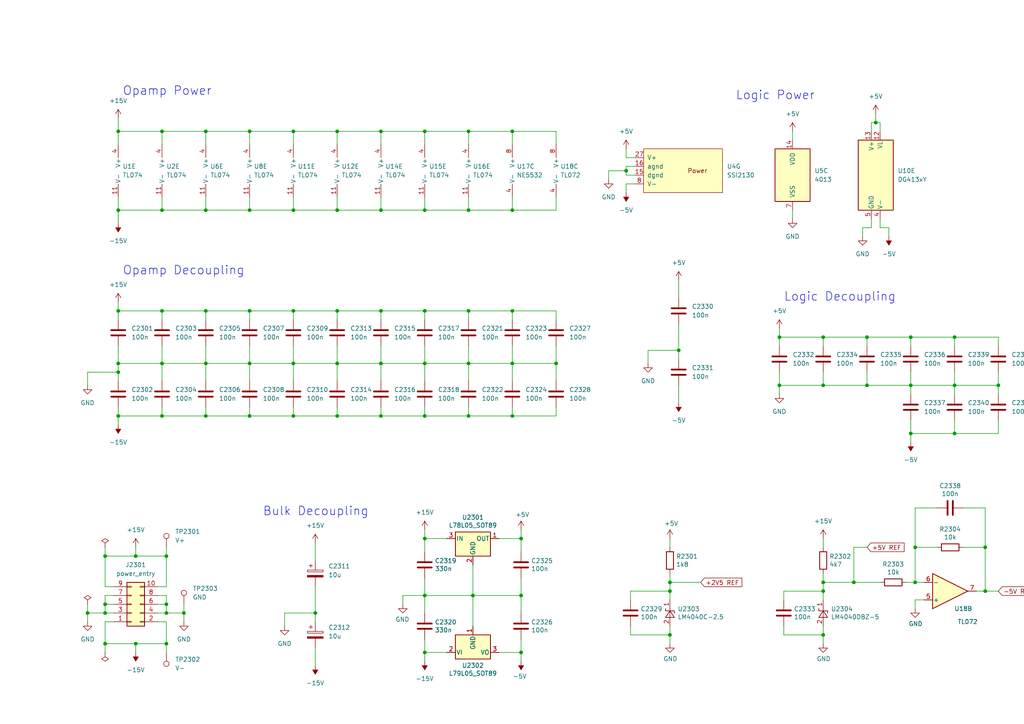
<source format=kicad_sch>
(kicad_sch (version 20211123) (generator eeschema)
  (paper "A4")
  (title_block (title "Josh Ox Ribon Synth Main VCO board") (date "2022-06-18") (rev "0") (comment 2 "creativecommons.org/licences/by/4.0") (comment 3 "license: CC by 4.0") (comment 4 "Author: Jordan Acete"))
  (junction (at 148.59 90.17))
  (junction (at 46.99 120.65))
  (junction (at 285.75 171.45))
  (junction (at 251.46 97.79))
  (junction (at 72.39 38.1))
  (junction (at 135.89 120.65))
  (junction (at 238.76 97.79))
  (junction (at 34.29 38.1))
  (junction (at 238.76 184.15))
  (junction (at 85.09 90.17))
  (junction (at 148.59 60.96))
  (junction (at 123.19 90.17))
  (junction (at 123.19 60.96))
  (junction (at 59.69 38.1))
  (junction (at 34.29 107.95))
  (junction (at 151.13 172.72))
  (junction (at 289.56 111.76))
  (junction (at 238.76 171.45))
  (junction (at 59.69 90.17))
  (junction (at 247.65 168.91))
  (junction (at 135.89 105.41))
  (junction (at 148.59 105.41))
  (junction (at 123.19 38.1))
  (junction (at 34.29 60.96))
  (junction (at 151.13 189.23))
  (junction (at 251.46 111.76))
  (junction (at 34.29 105.41))
  (junction (at 59.69 60.96))
  (junction (at 85.09 105.41))
  (junction (at 196.85 101.6))
  (junction (at 48.26 186.69))
  (junction (at 135.89 38.1))
  (junction (at 148.59 38.1))
  (junction (at 148.59 120.65))
  (junction (at 110.49 90.17))
  (junction (at 39.37 186.69))
  (junction (at 123.19 172.72))
  (junction (at 46.99 105.41))
  (junction (at 85.09 38.1))
  (junction (at 123.19 156.21))
  (junction (at 238.76 168.91))
  (junction (at 264.16 125.73))
  (junction (at 97.79 60.96))
  (junction (at 97.79 38.1))
  (junction (at 276.86 111.76))
  (junction (at 194.31 184.15))
  (junction (at 97.79 105.41))
  (junction (at 285.75 158.75))
  (junction (at 254 35.56))
  (junction (at 264.16 111.76))
  (junction (at 48.26 177.8))
  (junction (at 97.79 120.65))
  (junction (at 238.76 111.76))
  (junction (at 194.31 171.45))
  (junction (at 110.49 38.1))
  (junction (at 161.29 105.41))
  (junction (at 46.99 38.1))
  (junction (at 265.43 168.91))
  (junction (at 110.49 60.96))
  (junction (at 97.79 90.17))
  (junction (at 59.69 120.65))
  (junction (at 30.48 161.29))
  (junction (at 72.39 90.17))
  (junction (at 137.16 172.72))
  (junction (at 59.69 105.41))
  (junction (at 276.86 97.79))
  (junction (at 194.31 168.91))
  (junction (at 123.19 189.23))
  (junction (at 226.06 111.76))
  (junction (at 85.09 120.65))
  (junction (at 151.13 156.21))
  (junction (at 264.16 97.79))
  (junction (at 135.89 60.96))
  (junction (at 30.48 177.8))
  (junction (at 91.44 177.8))
  (junction (at 110.49 120.65))
  (junction (at 30.48 186.69))
  (junction (at 39.37 161.29))
  (junction (at 46.99 60.96))
  (junction (at 48.26 175.26))
  (junction (at 46.99 90.17))
  (junction (at 48.26 161.29))
  (junction (at 226.06 97.79))
  (junction (at 135.89 90.17))
  (junction (at 265.43 158.75))
  (junction (at 123.19 105.41))
  (junction (at 276.86 125.73))
  (junction (at 53.34 177.8))
  (junction (at 30.48 175.26))
  (junction (at 72.39 60.96))
  (junction (at 181.61 49.53))
  (junction (at 72.39 120.65))
  (junction (at 34.29 90.17))
  (junction (at 25.4 177.8))
  (junction (at 123.19 120.65))
  (junction (at 72.39 105.41))
  (junction (at 85.09 60.96))
  (junction (at 110.49 105.41))
  (junction (at 34.29 120.65))
  (wire (pts (xy 135.89 38.1) (xy 148.59 38.1)))
  (wire (pts (xy 276.86 97.79) (xy 264.16 97.79)))
  (wire (pts (xy 229.87 60.96) (xy 229.87 63.5)))
  (wire (pts (xy 110.49 105.41) (xy 110.49 110.49)))
  (wire (pts (xy 265.43 168.91) (xy 262.89 168.91)))
  (wire (pts (xy 48.26 161.29) (xy 39.37 161.29)))
  (wire (pts (xy 30.48 175.26) (xy 33.02 175.26)))
  (wire (pts (xy 97.79 105.41) (xy 110.49 105.41)))
  (wire (pts (xy 85.09 110.49) (xy 85.09 105.41)))
  (wire (pts (xy 148.59 60.96) (xy 148.59 57.15)))
  (wire (pts (xy 137.16 163.83) (xy 137.16 172.72)))
  (wire (pts (xy 148.59 60.96) (xy 161.29 60.96)))
  (wire (pts (xy 46.99 90.17) (xy 59.69 90.17)))
  (wire (pts (xy 45.72 175.26) (xy 48.26 175.26)))
  (wire (pts (xy 123.19 156.21) (xy 123.19 160.02)))
  (wire (pts (xy 252.73 63.5) (xy 252.73 66.04)))
  (wire (pts (xy 251.46 97.79) (xy 264.16 97.79)))
  (wire (pts (xy 194.31 186.69) (xy 194.31 184.15)))
  (wire (pts (xy 194.31 173.99) (xy 194.31 171.45)))
  (wire (pts (xy 283.21 171.45) (xy 285.75 171.45)))
  (wire (pts (xy 85.09 60.96) (xy 72.39 60.96)))
  (wire (pts (xy 85.09 38.1) (xy 72.39 38.1)))
  (wire (pts (xy 285.75 171.45) (xy 289.56 171.45)))
  (wire (pts (xy 250.19 66.04) (xy 252.73 66.04)))
  (wire (pts (xy 176.53 49.53) (xy 181.61 49.53)))
  (wire (pts (xy 39.37 186.69) (xy 48.26 186.69)))
  (wire (pts (xy 72.39 118.11) (xy 72.39 120.65)))
  (wire (pts (xy 264.16 121.92) (xy 264.16 125.73)))
  (wire (pts (xy 91.44 187.96) (xy 91.44 193.04)))
  (wire (pts (xy 39.37 186.69) (xy 39.37 189.23)))
  (wire (pts (xy 123.19 167.64) (xy 123.19 172.72)))
  (wire (pts (xy 34.29 100.33) (xy 34.29 105.41)))
  (wire (pts (xy 34.29 105.41) (xy 34.29 107.95)))
  (wire (pts (xy 265.43 158.75) (xy 265.43 147.32)))
  (wire (pts (xy 123.19 90.17) (xy 110.49 90.17)))
  (wire (pts (xy 97.79 60.96) (xy 85.09 60.96)))
  (wire (pts (xy 97.79 118.11) (xy 97.79 120.65)))
  (wire (pts (xy 144.78 189.23) (xy 151.13 189.23)))
  (wire (pts (xy 48.26 170.18) (xy 48.26 161.29)))
  (wire (pts (xy 59.69 105.41) (xy 59.69 110.49)))
  (wire (pts (xy 48.26 180.34) (xy 45.72 180.34)))
  (wire (pts (xy 276.86 111.76) (xy 276.86 107.95)))
  (wire (pts (xy 247.65 158.75) (xy 247.65 168.91)))
  (wire (pts (xy 276.86 111.76) (xy 289.56 111.76)))
  (wire (pts (xy 184.15 50.8) (xy 181.61 50.8)))
  (wire (pts (xy 135.89 100.33) (xy 135.89 105.41)))
  (wire (pts (xy 161.29 120.65) (xy 161.29 118.11)))
  (wire (pts (xy 85.09 120.65) (xy 97.79 120.65)))
  (wire (pts (xy 46.99 60.96) (xy 34.29 60.96)))
  (wire (pts (xy 123.19 120.65) (xy 135.89 120.65)))
  (wire (pts (xy 238.76 158.75) (xy 238.76 156.21)))
  (wire (pts (xy 33.02 180.34) (xy 30.48 180.34)))
  (wire (pts (xy 257.81 68.58) (xy 257.81 66.04)))
  (wire (pts (xy 285.75 147.32) (xy 279.4 147.32)))
  (wire (pts (xy 97.79 38.1) (xy 110.49 38.1)))
  (wire (pts (xy 161.29 105.41) (xy 148.59 105.41)))
  (wire (pts (xy 135.89 38.1) (xy 123.19 38.1)))
  (wire (pts (xy 123.19 110.49) (xy 123.19 105.41)))
  (wire (pts (xy 123.19 105.41) (xy 135.89 105.41)))
  (wire (pts (xy 264.16 128.27) (xy 264.16 125.73)))
  (wire (pts (xy 161.29 90.17) (xy 148.59 90.17)))
  (wire (pts (xy 276.86 97.79) (xy 289.56 97.79)))
  (wire (pts (xy 53.34 175.26) (xy 53.34 177.8)))
  (wire (pts (xy 97.79 90.17) (xy 110.49 90.17)))
  (wire (pts (xy 238.76 168.91) (xy 247.65 168.91)))
  (wire (pts (xy 276.86 125.73) (xy 276.86 121.92)))
  (wire (pts (xy 97.79 105.41) (xy 97.79 110.49)))
  (wire (pts (xy 137.16 172.72) (xy 151.13 172.72)))
  (wire (pts (xy 251.46 97.79) (xy 251.46 100.33)))
  (wire (pts (xy 97.79 120.65) (xy 110.49 120.65)))
  (wire (pts (xy 91.44 170.18) (xy 91.44 177.8)))
  (wire (pts (xy 247.65 168.91) (xy 255.27 168.91)))
  (wire (pts (xy 85.09 120.65) (xy 85.09 118.11)))
  (wire (pts (xy 39.37 161.29) (xy 30.48 161.29)))
  (wire (pts (xy 265.43 176.53) (xy 265.43 173.99)))
  (wire (pts (xy 53.34 180.34) (xy 53.34 177.8)))
  (wire (pts (xy 34.29 38.1) (xy 34.29 41.91)))
  (wire (pts (xy 123.19 60.96) (xy 110.49 60.96)))
  (wire (pts (xy 97.79 90.17) (xy 97.79 92.71)))
  (wire (pts (xy 34.29 107.95) (xy 34.29 110.49)))
  (wire (pts (xy 181.61 49.53) (xy 181.61 48.26)))
  (wire (pts (xy 148.59 120.65) (xy 161.29 120.65)))
  (wire (pts (xy 196.85 101.6) (xy 196.85 104.14)))
  (wire (pts (xy 123.19 105.41) (xy 110.49 105.41)))
  (wire (pts (xy 289.56 125.73) (xy 289.56 121.92)))
  (wire (pts (xy 110.49 38.1) (xy 110.49 41.91)))
  (wire (pts (xy 271.78 158.75) (xy 265.43 158.75)))
  (wire (pts (xy 238.76 111.76) (xy 238.76 107.95)))
  (wire (pts (xy 46.99 57.15) (xy 46.99 60.96)))
  (wire (pts (xy 46.99 110.49) (xy 46.99 105.41)))
  (wire (pts (xy 85.09 105.41) (xy 72.39 105.41)))
  (wire (pts (xy 194.31 184.15) (xy 194.31 181.61)))
  (wire (pts (xy 255.27 63.5) (xy 255.27 66.04)))
  (wire (pts (xy 48.26 158.75) (xy 48.26 161.29)))
  (wire (pts (xy 45.72 170.18) (xy 48.26 170.18)))
  (wire (pts (xy 116.84 175.26) (xy 116.84 172.72)))
  (wire (pts (xy 264.16 111.76) (xy 264.16 114.3)))
  (wire (pts (xy 264.16 107.95) (xy 264.16 111.76)))
  (wire (pts (xy 265.43 168.91) (xy 265.43 158.75)))
  (wire (pts (xy 161.29 92.71) (xy 161.29 90.17)))
  (wire (pts (xy 110.49 90.17) (xy 110.49 92.71)))
  (wire (pts (xy 148.59 38.1) (xy 161.29 38.1)))
  (wire (pts (xy 135.89 90.17) (xy 135.89 92.71)))
  (wire (pts (xy 182.88 181.61) (xy 182.88 184.15)))
  (wire (pts (xy 238.76 100.33) (xy 238.76 97.79)))
  (wire (pts (xy 238.76 111.76) (xy 226.06 111.76)))
  (wire (pts (xy 161.29 38.1) (xy 161.29 41.91)))
  (wire (pts (xy 82.55 181.61) (xy 82.55 177.8)))
  (wire (pts (xy 72.39 105.41) (xy 72.39 110.49)))
  (wire (pts (xy 151.13 156.21) (xy 151.13 160.02)))
  (wire (pts (xy 289.56 111.76) (xy 289.56 107.95)))
  (wire (pts (xy 30.48 186.69) (xy 39.37 186.69)))
  (wire (pts (xy 123.19 60.96) (xy 123.19 57.15)))
  (wire (pts (xy 45.72 177.8) (xy 48.26 177.8)))
  (wire (pts (xy 135.89 60.96) (xy 123.19 60.96)))
  (wire (pts (xy 97.79 38.1) (xy 97.79 41.91)))
  (wire (pts (xy 85.09 105.41) (xy 85.09 100.33)))
  (wire (pts (xy 72.39 60.96) (xy 72.39 57.15)))
  (wire (pts (xy 181.61 50.8) (xy 181.61 49.53)))
  (wire (pts (xy 30.48 172.72) (xy 30.48 175.26)))
  (wire (pts (xy 59.69 120.65) (xy 72.39 120.65)))
  (wire (pts (xy 110.49 118.11) (xy 110.49 120.65)))
  (wire (pts (xy 123.19 172.72) (xy 123.19 177.8)))
  (wire (pts (xy 181.61 55.88) (xy 181.61 53.34)))
  (wire (pts (xy 59.69 60.96) (xy 59.69 57.15)))
  (wire (pts (xy 48.26 177.8) (xy 48.26 175.26)))
  (wire (pts (xy 135.89 60.96) (xy 148.59 60.96)))
  (wire (pts (xy 25.4 107.95) (xy 34.29 107.95)))
  (wire (pts (xy 285.75 147.32) (xy 285.75 158.75)))
  (wire (pts (xy 72.39 90.17) (xy 72.39 92.71)))
  (wire (pts (xy 25.4 111.76) (xy 25.4 107.95)))
  (wire (pts (xy 151.13 185.42) (xy 151.13 189.23)))
  (wire (pts (xy 194.31 168.91) (xy 203.2 168.91)))
  (wire (pts (xy 285.75 158.75) (xy 285.75 171.45)))
  (wire (pts (xy 59.69 90.17) (xy 72.39 90.17)))
  (wire (pts (xy 129.54 189.23) (xy 123.19 189.23)))
  (wire (pts (xy 238.76 171.45) (xy 238.76 168.91)))
  (wire (pts (xy 276.86 125.73) (xy 289.56 125.73)))
  (wire (pts (xy 276.86 125.73) (xy 264.16 125.73)))
  (wire (pts (xy 238.76 97.79) (xy 251.46 97.79)))
  (wire (pts (xy 123.19 172.72) (xy 137.16 172.72)))
  (wire (pts (xy 148.59 90.17) (xy 148.59 92.71)))
  (wire (pts (xy 46.99 92.71) (xy 46.99 90.17)))
  (wire (pts (xy 265.43 147.32) (xy 271.78 147.32)))
  (wire (pts (xy 254 35.56) (xy 255.27 35.56)))
  (wire (pts (xy 123.19 92.71) (xy 123.19 90.17)))
  (wire (pts (xy 30.48 175.26) (xy 30.48 177.8)))
  (wire (pts (xy 123.19 191.77) (xy 123.19 189.23)))
  (wire (pts (xy 46.99 120.65) (xy 59.69 120.65)))
  (wire (pts (xy 276.86 114.3) (xy 276.86 111.76)))
  (wire (pts (xy 85.09 90.17) (xy 72.39 90.17)))
  (wire (pts (xy 30.48 161.29) (xy 30.48 170.18)))
  (wire (pts (xy 161.29 105.41) (xy 161.29 100.33)))
  (wire (pts (xy 45.72 172.72) (xy 48.26 172.72)))
  (wire (pts (xy 72.39 100.33) (xy 72.39 105.41)))
  (wire (pts (xy 129.54 156.21) (xy 123.19 156.21)))
  (wire (pts (xy 250.19 66.04) (xy 250.19 68.58)))
  (wire (pts (xy 251.46 111.76) (xy 251.46 107.95)))
  (wire (pts (xy 30.48 170.18) (xy 33.02 170.18)))
  (wire (pts (xy 254 33.02) (xy 254 35.56)))
  (wire (pts (xy 227.33 181.61) (xy 227.33 184.15)))
  (wire (pts (xy 238.76 184.15) (xy 238.76 186.69)))
  (wire (pts (xy 30.48 180.34) (xy 30.48 186.69)))
  (wire (pts (xy 34.29 120.65) (xy 46.99 120.65)))
  (wire (pts (xy 251.46 158.75) (xy 247.65 158.75)))
  (wire (pts (xy 46.99 38.1) (xy 46.99 41.91)))
  (wire (pts (xy 135.89 38.1) (xy 135.89 41.91)))
  (wire (pts (xy 116.84 172.72) (xy 123.19 172.72)))
  (wire (pts (xy 59.69 90.17) (xy 59.69 92.71)))
  (wire (pts (xy 276.86 100.33) (xy 276.86 97.79)))
  (wire (pts (xy 151.13 191.77) (xy 151.13 189.23)))
  (wire (pts (xy 194.31 171.45) (xy 194.31 168.91)))
  (wire (pts (xy 46.99 105.41) (xy 34.29 105.41)))
  (wire (pts (xy 226.06 95.25) (xy 226.06 97.79)))
  (wire (pts (xy 194.31 168.91) (xy 194.31 166.37)))
  (wire (pts (xy 97.79 60.96) (xy 97.79 57.15)))
  (wire (pts (xy 176.53 49.53) (xy 176.53 52.07)))
  (wire (pts (xy 123.19 90.17) (xy 135.89 90.17)))
  (wire (pts (xy 59.69 60.96) (xy 46.99 60.96)))
  (wire (pts (xy 182.88 184.15) (xy 194.31 184.15)))
  (wire (pts (xy 123.19 38.1) (xy 110.49 38.1)))
  (wire (pts (xy 85.09 90.17) (xy 97.79 90.17)))
  (wire (pts (xy 182.88 171.45) (xy 194.31 171.45)))
  (wire (pts (xy 46.99 120.65) (xy 46.99 118.11)))
  (wire (pts (xy 85.09 105.41) (xy 97.79 105.41)))
  (wire (pts (xy 46.99 105.41) (xy 46.99 100.33)))
  (wire (pts (xy 289.56 97.79) (xy 289.56 100.33)))
  (wire (pts (xy 123.19 189.23) (xy 123.19 185.42)))
  (wire (pts (xy 97.79 38.1) (xy 85.09 38.1)))
  (wire (pts (xy 276.86 111.76) (xy 264.16 111.76)))
  (wire (pts (xy 48.26 175.26) (xy 48.26 172.72)))
  (wire (pts (xy 59.69 38.1) (xy 59.69 41.91)))
  (wire (pts (xy 148.59 118.11) (xy 148.59 120.65)))
  (wire (pts (xy 59.69 100.33) (xy 59.69 105.41)))
  (wire (pts (xy 34.29 34.29) (xy 34.29 38.1)))
  (wire (pts (xy 59.69 38.1) (xy 46.99 38.1)))
  (wire (pts (xy 85.09 92.71) (xy 85.09 90.17)))
  (wire (pts (xy 148.59 38.1) (xy 148.59 41.91)))
  (wire (pts (xy 59.69 118.11) (xy 59.69 120.65)))
  (wire (pts (xy 265.43 173.99) (xy 267.97 173.99)))
  (wire (pts (xy 91.44 157.48) (xy 91.44 162.56)))
  (wire (pts (xy 34.29 64.77) (xy 34.29 60.96)))
  (wire (pts (xy 59.69 38.1) (xy 72.39 38.1)))
  (wire (pts (xy 59.69 60.96) (xy 72.39 60.96)))
  (wire (pts (xy 227.33 173.99) (xy 227.33 171.45)))
  (wire (pts (xy 59.69 105.41) (xy 72.39 105.41)))
  (wire (pts (xy 196.85 93.98) (xy 196.85 101.6)))
  (wire (pts (xy 97.79 100.33) (xy 97.79 105.41)))
  (wire (pts (xy 196.85 111.76) (xy 196.85 116.84)))
  (wire (pts (xy 135.89 105.41) (xy 148.59 105.41)))
  (wire (pts (xy 226.06 107.95) (xy 226.06 111.76)))
  (wire (pts (xy 251.46 111.76) (xy 264.16 111.76)))
  (wire (pts (xy 48.26 189.23) (xy 48.26 186.69)))
  (wire (pts (xy 123.19 120.65) (xy 123.19 118.11)))
  (wire (pts (xy 34.29 57.15) (xy 34.29 60.96)))
  (wire (pts (xy 135.89 105.41) (xy 135.89 110.49)))
  (wire (pts (xy 135.89 118.11) (xy 135.89 120.65)))
  (wire (pts (xy 25.4 175.26) (xy 25.4 177.8)))
  (wire (pts (xy 226.06 97.79) (xy 226.06 100.33)))
  (wire (pts (xy 187.96 105.41) (xy 187.96 101.6)))
  (wire (pts (xy 34.29 120.65) (xy 34.29 123.19)))
  (wire (pts (xy 151.13 156.21) (xy 144.78 156.21)))
  (wire (pts (xy 85.09 38.1) (xy 85.09 41.91)))
  (wire (pts (xy 137.16 181.61) (xy 137.16 172.72)))
  (wire (pts (xy 182.88 173.99) (xy 182.88 171.45)))
  (wire (pts (xy 227.33 184.15) (xy 238.76 184.15)))
  (wire (pts (xy 25.4 177.8) (xy 30.48 177.8)))
  (wire (pts (xy 34.29 118.11) (xy 34.29 120.65)))
  (wire (pts (xy 181.61 45.72) (xy 184.15 45.72)))
  (wire (pts (xy 25.4 180.34) (xy 25.4 177.8)))
  (wire (pts (xy 161.29 60.96) (xy 161.29 57.15)))
  (wire (pts (xy 151.13 172.72) (xy 151.13 167.64)))
  (wire (pts (xy 229.87 38.1) (xy 229.87 40.64)))
  (wire (pts (xy 238.76 97.79) (xy 226.06 97.79)))
  (wire (pts (xy 91.44 177.8) (xy 91.44 180.34)))
  (wire (pts (xy 135.89 60.96) (xy 135.89 57.15)))
  (wire (pts (xy 151.13 153.67) (xy 151.13 156.21)))
  (wire (pts (xy 72.39 38.1) (xy 72.39 41.91)))
  (wire (pts (xy 161.29 110.49) (xy 161.29 105.41)))
  (wire (pts (xy 238.76 111.76) (xy 251.46 111.76)))
  (wire (pts (xy 238.76 181.61) (xy 238.76 184.15)))
  (wire (pts (xy 196.85 81.28) (xy 196.85 86.36)))
  (wire (pts (xy 226.06 114.3) (xy 226.06 111.76)))
  (wire (pts (xy 53.34 177.8) (xy 48.26 177.8)))
  (wire (pts (xy 85.09 60.96) (xy 85.09 57.15)))
  (wire (pts (xy 135.89 90.17) (xy 148.59 90.17)))
  (wire (pts (xy 34.29 87.63) (xy 34.29 90.17)))
  (wire (pts (xy 181.61 53.34) (xy 184.15 53.34)))
  (wire (pts (xy 194.31 156.21) (xy 194.31 158.75)))
  (wire (pts (xy 97.79 60.96) (xy 110.49 60.96)))
  (wire (pts (xy 39.37 158.75) (xy 39.37 161.29)))
  (wire (pts (xy 46.99 90.17) (xy 34.29 90.17)))
  (wire (pts (xy 30.48 172.72) (xy 33.02 172.72)))
  (wire (pts (xy 82.55 177.8) (xy 91.44 177.8)))
  (wire (pts (xy 227.33 171.45) (xy 238.76 171.45)))
  (wire (pts (xy 255.27 35.56) (xy 255.27 38.1)))
  (wire (pts (xy 48.26 186.69) (xy 48.26 180.34)))
  (wire (pts (xy 238.76 173.99) (xy 238.76 171.45)))
  (wire (pts (xy 279.4 158.75) (xy 285.75 158.75)))
  (wire (pts (xy 30.48 189.23) (xy 30.48 186.69)))
  (wire (pts (xy 151.13 177.8) (xy 151.13 172.72)))
  (wire (pts (xy 72.39 120.65) (xy 85.09 120.65)))
  (wire (pts (xy 135.89 120.65) (xy 148.59 120.65)))
  (wire (pts (xy 46.99 105.41) (xy 59.69 105.41)))
  (wire (pts (xy 238.76 168.91) (xy 238.76 166.37)))
  (wire (pts (xy 252.73 38.1) (xy 252.73 35.56)))
  (wire (pts (xy 181.61 43.18) (xy 181.61 45.72)))
  (wire (pts (xy 33.02 177.8) (xy 30.48 177.8)))
  (wire (pts (xy 110.49 60.96) (xy 110.49 57.15)))
  (wire (pts (xy 148.59 100.33) (xy 148.59 105.41)))
  (wire (pts (xy 181.61 48.26) (xy 184.15 48.26)))
  (wire (pts (xy 257.81 66.04) (xy 255.27 66.04)))
  (wire (pts (xy 264.16 97.79) (xy 264.16 100.33)))
  (wire (pts (xy 267.97 168.91) (xy 265.43 168.91)))
  (wire (pts (xy 148.59 105.41) (xy 148.59 110.49)))
  (wire (pts (xy 110.49 120.65) (xy 123.19 120.65)))
  (wire (pts (xy 30.48 158.75) (xy 30.48 161.29)))
  (wire (pts (xy 252.73 35.56) (xy 254 35.56)))
  (wire (pts (xy 34.29 90.17) (xy 34.29 92.71)))
  (wire (pts (xy 123.19 38.1) (xy 123.19 41.91)))
  (wire (pts (xy 123.19 105.41) (xy 123.19 100.33)))
  (wire (pts (xy 46.99 38.1) (xy 34.29 38.1)))
  (wire (pts (xy 289.56 111.76) (xy 289.56 114.3)))
  (wire (pts (xy 123.19 153.67) (xy 123.19 156.21)))
  (wire (pts (xy 110.49 100.33) (xy 110.49 105.41)))
  (wire (pts (xy 187.96 101.6) (xy 196.85 101.6)))
  (text "Logic Power" (at 213.36 29.21 0) (effects (font (size 2.5 2.5)) (justify left bottom)))
  (text "Logic Decoupling" (at 227.33 87.63 0) (effects (font (size 2.5 2.5)) (justify left bottom)))
  (text "Opamp Power" (at 35.56 27.94 0) (effects (font (size 2.5 2.5)) (justify left bottom)))
  (text "Opamp Decoupling" (at 35.56 80.01 0) (effects (font (size 2.5 2.5)) (justify left bottom)))
  (text "Bulk Decoupling" (at 76.2 149.86 0) (effects (font (size 2.5 2.5)) (justify left bottom)))
  (global_label "+2V5 REF" (shape input) (at 203.2 168.91 0) (property "Intersheet References" "${INTERSHEET_REFS}" (effects hide)))
  (global_label "+5V REF" (shape input) (at 251.46 158.75 0) (property "Intersheet References" "${INTERSHEET_REFS}" (effects hide)))
  (global_label "-5V REF" (shape input) (at 289.56 171.45 0) (property "Intersheet References" "${INTERSHEET_REFS}" (effects hide)))
  (symbol (lib_id "Amplifier_Operational:TL074") (at 125.73 49.53 0) (unit 5)
    (property "Reference" "U15" (at 124.46 48.2599 0) (effects (justify left)))
    (property "Value" "TL074" (at 124.46 50.7999 0) (effects (justify left)))
    (property "Datasheet" "http://www.ti.com/lit/ds/symlink/tl071.pdf" (effects hide))
  )
  (symbol (lib_id "Device:C") (at 97.79 96.52 0) (unit 1)
    (property "Reference" "C2313" (at 101.6 95.2499 0) (effects (justify left)))
    (property "Value" "100n" (at 101.6 97.7899 0) (effects (justify left)))
    (property "Footprint" "Capacitor_SMD:C_0805_2012Metric" (effects hide))
  )
  (symbol (lib_id "Connector:TestPoint") (at 48.26 189.23 180) (unit 1) (in_bom no)
    (property "Reference" "TP2302" (at 50.8 191.2619 0) (effects (justify right)))
    (property "Value" "V-" (at 50.8 193.8019 0) (effects (justify right)))
    (property "Footprint" "TestPoint:TestPoint_Keystone_5000-5004_Miniature" (effects hide))
  )
  (symbol (lib_id "Regulator_Linear:L79L05_SOT89") (at 137.16 189.23 0) (unit 1)
    (property "Reference" "U2302" (at 137.16 193.0146 0))
    (property "Value" "L79L05_SOT89" (at 137.16 195.326 0))
    (property "Footprint" "Package_TO_SOT_SMD:SOT-89-3" (effects hide))
    (property "Datasheet" "http://www.farnell.com/datasheets/1827870.pdf" (effects hide))
  )
  (symbol (lib_id "power:GND") (at 116.84 175.26 0) (mirror y) (unit 1)
    (property "Reference" "#PWR02313" (effects hide))
    (property "Value" "GND" (at 116.713 179.6542 0))
  )
  (symbol (lib_id "Device:C") (at 182.88 177.8 0) (unit 1)
    (property "Reference" "C2329" (at 185.801 176.6316 0) (effects (justify left)))
    (property "Value" "100n" (at 185.801 178.943 0) (effects (justify left)))
    (property "Footprint" "Capacitor_SMD:C_0805_2012Metric" (effects hide))
  )
  (symbol (lib_id "Device:R") (at 238.76 162.56 0) (unit 1)
    (property "Reference" "R2302" (at 240.538 161.3916 0) (effects (justify left)))
    (property "Value" "4k7" (at 240.538 163.703 0) (effects (justify left)))
    (property "Footprint" "Resistor_SMD:R_0805_2012Metric" (effects hide))
  )
  (symbol (lib_id "Device:C") (at 226.06 104.14 0) (unit 1)
    (property "Reference" "C2332" (at 229.87 102.8699 0) (effects (justify left)))
    (property "Value" "100n" (at 229.87 105.4099 0) (effects (justify left)))
    (property "Footprint" "Capacitor_SMD:C_0805_2012Metric" (effects hide))
  )
  (symbol (lib_id "power:+5V") (at 196.85 81.28 0) (unit 1)
    (property "Reference" "#PWR02324" (effects hide))
    (property "Value" "+5V" (at 196.85 76.2 0))
  )
  (symbol (lib_id "Connector:TestPoint") (at 53.34 175.26 0) (unit 1) (in_bom no)
    (property "Reference" "TP2303" (at 55.88 170.6879 0) (effects (justify left)))
    (property "Value" "GND" (at 55.88 173.2279 0) (effects (justify left)))
    (property "Footprint" "TestPoint:TestPoint_Bridge_Pitch7.62mm_Drill1.3mm" (effects hide))
  )
  (symbol (lib_id "Device:R") (at 194.31 162.56 0) (unit 1)
    (property "Reference" "R2301" (at 196.088 161.3916 0) (effects (justify left)))
    (property "Value" "1k8" (at 196.088 163.703 0) (effects (justify left)))
    (property "Footprint" "Resistor_SMD:R_0805_2012Metric" (effects hide))
  )
  (symbol (lib_id "power:+5V") (at 194.31 156.21 0) (unit 1)
    (property "Reference" "#PWR02322" (effects hide))
    (property "Value" "+5V" (at 194.691 151.8158 0))
  )
  (symbol (lib_id "power:-15V") (at 39.37 189.23 180) (unit 1)
    (property "Reference" "#PWR02308" (effects hide))
    (property "Value" "-15V" (at 39.37 194.31 0))
  )
  (symbol (lib_id "Device:C") (at 148.59 96.52 0) (unit 1)
    (property "Reference" "C2323" (at 152.4 95.2499 0) (effects (justify left)))
    (property "Value" "100n" (at 152.4 97.7899 0) (effects (justify left)))
    (property "Footprint" "Capacitor_SMD:C_0805_2012Metric" (effects hide))
  )
  (symbol (lib_id "Device:C") (at 59.69 114.3 0) (unit 1)
    (property "Reference" "C2306" (at 63.5 113.0299 0) (effects (justify left)))
    (property "Value" "100n" (at 63.5 115.5699 0) (effects (justify left)))
    (property "Footprint" "Capacitor_SMD:C_0805_2012Metric" (effects hide))
  )
  (symbol (lib_id "Device:C") (at 276.86 118.11 0) (unit 1)
    (property "Reference" "C2340" (at 280.67 116.8399 0) (effects (justify left)))
    (property "Value" "100n" (at 280.67 119.3799 0) (effects (justify left)))
    (property "Footprint" "Capacitor_SMD:C_0805_2012Metric" (effects hide))
  )
  (symbol (lib_id "Device:R") (at 275.59 158.75 270) (unit 1)
    (property "Reference" "R2304" (at 275.59 153.4922 90))
    (property "Value" "10k" (at 275.59 155.8036 90))
    (property "Footprint" "Resistor_SMD:R_0805_2012Metric" (effects hide))
  )
  (symbol (lib_id "Reference_Voltage:LM4040DBZ-2.5") (at 194.31 177.8 90) (unit 1)
    (property "Reference" "U2303" (at 196.5452 176.6316 90) (effects (justify right)))
    (property "Value" "LM4040C-2.5" (at 196.5452 178.943 90) (effects (justify right)))
    (property "Footprint" "Package_TO_SOT_SMD:SOT-23" (effects hide))
    (property "Datasheet" "http://www.ti.com/lit/ds/symlink/lm4040-n.pdf" (effects hide))
  )
  (symbol (lib_id "Device:C") (at 264.16 118.11 0) (unit 1)
    (property "Reference" "C2337" (at 267.97 116.8399 0) (effects (justify left)))
    (property "Value" "100n" (at 267.97 119.3799 0) (effects (justify left)))
    (property "Footprint" "Capacitor_SMD:C_0805_2012Metric" (effects hide))
  )
  (symbol (lib_id "power:+15V") (at 123.19 153.67 0) (unit 1)
    (property "Reference" "#PWR0110" (effects hide))
    (property "Value" "+15V" (at 123.19 148.59 0))
  )
  (symbol (lib_id "Device:C") (at 135.89 96.52 0) (unit 1)
    (property "Reference" "C2321" (at 139.7 95.2499 0) (effects (justify left)))
    (property "Value" "100n" (at 139.7 97.7899 0) (effects (justify left)))
    (property "Footprint" "Capacitor_SMD:C_0805_2012Metric" (effects hide))
  )
  (symbol (lib_id "Amplifier_Operational:TL074") (at 100.33 49.53 0) (unit 5)
    (property "Reference" "U12" (at 99.06 48.2599 0) (effects (justify left)))
    (property "Value" "TL074" (at 99.06 50.7999 0) (effects (justify left)))
    (property "Datasheet" "http://www.ti.com/lit/ds/symlink/tl071.pdf" (effects hide))
  )
  (symbol (lib_id "power:-15V") (at 34.29 64.77 180) (unit 1)
    (property "Reference" "#PWR02304" (effects hide))
    (property "Value" "-15V" (at 34.29 69.85 0))
  )
  (symbol (lib_id "Device:C") (at 264.16 104.14 0) (unit 1)
    (property "Reference" "C2336" (at 267.97 102.8699 0) (effects (justify left)))
    (property "Value" "100n" (at 267.97 105.4099 0) (effects (justify left)))
    (property "Footprint" "Capacitor_SMD:C_0805_2012Metric" (effects hide))
  )
  (symbol (lib_id "Device:C") (at 251.46 104.14 0) (unit 1)
    (property "Reference" "C2335" (at 255.27 102.8699 0) (effects (justify left)))
    (property "Value" "100n" (at 255.27 105.4099 0) (effects (justify left)))
    (property "Footprint" "Capacitor_SMD:C_0805_2012Metric" (effects hide))
  )
  (symbol (lib_id "Device:C") (at 110.49 114.3 0) (unit 1)
    (property "Reference" "C2316" (at 114.3 113.0299 0) (effects (justify left)))
    (property "Value" "100n" (at 114.3 115.5699 0) (effects (justify left)))
    (property "Footprint" "Capacitor_SMD:C_0805_2012Metric" (effects hide))
  )
  (symbol (lib_id "power:-15V") (at 34.29 123.19 180) (unit 1)
    (property "Reference" "#PWR02306" (effects hide))
    (property "Value" "-15V" (at 34.29 128.27 0))
  )
  (symbol (lib_id "Regulator_Linear:L78L05_SOT89") (at 137.16 156.21 0) (unit 1)
    (property "Reference" "U2301" (at 137.16 150.0632 0))
    (property "Value" "L78L05_SOT89" (at 137.16 152.3746 0))
    (property "Footprint" "Package_TO_SOT_SMD:SOT-89-3" (effects hide))
    (property "Datasheet" "http://www.st.com/content/ccc/resource/technical/document/datasheet/15/55/e5/aa/23/5b/43/fd/CD00000446.pdf/files/CD00000446.pdf/jcr:content/translations/en.CD00000446.pdf" (effects hide))
  )
  (symbol (lib_id "power:-5V") (at 257.81 68.58 180) (unit 1)
    (property "Reference" "#PWR02334" (effects hide))
    (property "Value" "-5V" (at 257.81 73.66 0))
  )
  (symbol (lib_id "Device:C") (at 161.29 114.3 0) (unit 1)
    (property "Reference" "C2328" (at 165.1 113.0299 0) (effects (justify left)))
    (property "Value" "100n" (at 165.1 115.5699 0) (effects (justify left)))
    (property "Footprint" "Capacitor_SMD:C_0805_2012Metric" (effects hide))
  )
  (symbol (lib_id "Device:C") (at 123.19 163.83 0) (unit 1)
    (property "Reference" "C2319" (at 126.111 162.6616 0) (effects (justify left)))
    (property "Value" "330n" (at 126.111 164.973 0) (effects (justify left)))
    (property "Footprint" "Capacitor_SMD:C_0805_2012Metric" (effects hide))
  )
  (symbol (lib_id "power:+15V") (at 34.29 87.63 0) (unit 1)
    (property "Reference" "#PWR02305" (effects hide))
    (property "Value" "+15V" (at 34.29 82.55 0))
  )
  (symbol (lib_id "power:GND") (at 53.34 180.34 0) (unit 1)
    (property "Reference" "#PWR02309" (effects hide))
    (property "Value" "GND" (at 53.34 185.42 0))
  )
  (symbol (lib_id "power:GND") (at 265.43 176.53 0) (unit 1)
    (property "Reference" "#PWR02336" (effects hide))
    (property "Value" "GND" (at 265.557 180.9242 0))
  )
  (symbol (lib_id "Device:C") (at 196.85 107.95 0) (unit 1)
    (property "Reference" "C2331" (at 200.66 106.6799 0) (effects (justify left)))
    (property "Value" "100n" (at 200.66 109.2199 0) (effects (justify left)))
    (property "Footprint" "Capacitor_SMD:C_0805_2012Metric" (effects hide))
  )
  (symbol (lib_id "power:GND") (at 238.76 186.69 0) (unit 1)
    (property "Reference" "#PWR02331" (effects hide))
    (property "Value" "GND" (at 238.887 191.0842 0))
  )
  (symbol (lib_id "Device:C") (at 110.49 96.52 0) (unit 1)
    (property "Reference" "C2315" (at 114.3 95.2499 0) (effects (justify left)))
    (property "Value" "100n" (at 114.3 97.7899 0) (effects (justify left)))
    (property "Footprint" "Capacitor_SMD:C_0805_2012Metric" (effects hide))
  )
  (symbol (lib_id "Amplifier_Operational:TL074") (at 74.93 49.53 0) (unit 5)
    (property "Reference" "U8" (at 73.66 48.2599 0) (effects (justify left)))
    (property "Value" "TL074" (at 73.66 50.7999 0) (effects (justify left)))
    (property "Datasheet" "http://www.ti.com/lit/ds/symlink/tl071.pdf" (effects hide))
  )
  (symbol (lib_id "Device:C") (at 289.56 118.11 0) (unit 1)
    (property "Reference" "C2342" (at 293.37 116.8399 0) (effects (justify left)))
    (property "Value" "100n" (at 293.37 119.3799 0) (effects (justify left)))
    (property "Footprint" "Capacitor_SMD:C_0805_2012Metric" (effects hide))
  )
  (symbol (lib_id "Device:C") (at 123.19 114.3 0) (unit 1)
    (property "Reference" "C2318" (at 127 113.0299 0) (effects (justify left)))
    (property "Value" "100n" (at 127 115.5699 0) (effects (justify left)))
    (property "Footprint" "Capacitor_SMD:C_0805_2012Metric" (effects hide))
  )
  (symbol (lib_id "power:GND") (at 226.06 114.3 0) (unit 1)
    (property "Reference" "#PWR02327" (effects hide))
    (property "Value" "GND" (at 226.06 119.38 0))
  )
  (symbol (lib_id "4xxx:4013") (at 229.87 50.8 0) (unit 3)
    (property "Reference" "U5" (at 236.22 49.5299 0) (effects (justify left)))
    (property "Value" "4013" (at 236.22 52.0699 0) (effects (justify left)))
    (property "Datasheet" "http://www.onsemi.com/pub/Collateral/MC14013B-D.PDF" (effects hide))
  )
  (symbol (lib_id "Analog_Switch:DG413xY") (at 252.73 50.8 0) (unit 5)
    (property "Reference" "U10" (at 260.35 49.5299 0) (effects (justify left)))
    (property "Value" "DG413xY" (at 260.35 52.0699 0) (effects (justify left)))
    (property "Footprint" "Package_SO:SOIC-16_3.9x9.9mm_P1.27mm" (effects hide))
    (property "Datasheet" "https://datasheets.maximintegrated.com/en/ds/DG411-DG413.pdf" (effects hide))
  )
  (symbol (lib_id "Device:C") (at 275.59 147.32 270) (unit 1)
    (property "Reference" "C2338" (at 275.59 140.9192 90))
    (property "Value" "100n" (at 275.59 143.2306 90))
    (property "Footprint" "Capacitor_SMD:C_0805_2012Metric" (effects hide))
  )
  (symbol (lib_id "Device:C") (at 238.76 104.14 0) (unit 1)
    (property "Reference" "C2334" (at 242.57 102.8699 0) (effects (justify left)))
    (property "Value" "100n" (at 242.57 105.4099 0) (effects (justify left)))
    (property "Footprint" "Capacitor_SMD:C_0805_2012Metric" (effects hide))
  )
  (symbol (lib_id "Device:C") (at 123.19 96.52 0) (unit 1)
    (property "Reference" "C2317" (at 127 95.2499 0) (effects (justify left)))
    (property "Value" "100n" (at 127 97.7899 0) (effects (justify left)))
    (property "Footprint" "Capacitor_SMD:C_0805_2012Metric" (effects hide))
  )
  (symbol (lib_id "power:+15V") (at 91.44 157.48 0) (unit 1)
    (property "Reference" "#PWR02311" (effects hide))
    (property "Value" "+15V" (at 91.44 152.4 0))
  )
  (symbol (lib_id "power:PWR_FLAG") (at 25.4 175.26 0) (unit 1)
    (property "Reference" "#FLG02301" (effects hide))
    (property "Value" "PWR_FLAG" (effects hide))
  )
  (symbol (lib_id "power:-15V") (at 91.44 193.04 180) (unit 1)
    (property "Reference" "#PWR02312" (effects hide))
    (property "Value" "-15V" (at 91.44 198.12 0))
  )
  (symbol (lib_id "Device:C") (at 97.79 114.3 0) (unit 1)
    (property "Reference" "C2314" (at 101.6 113.0299 0) (effects (justify left)))
    (property "Value" "100n" (at 101.6 115.5699 0) (effects (justify left)))
    (property "Footprint" "Capacitor_SMD:C_0805_2012Metric" (effects hide))
  )
  (symbol (lib_id "Amplifier_Operational:TL074") (at 87.63 49.53 0) (unit 5)
    (property "Reference" "U11" (at 86.36 48.2599 0) (effects (justify left)))
    (property "Value" "TL074" (at 86.36 50.7999 0) (effects (justify left)))
    (property "Datasheet" "http://www.ti.com/lit/ds/symlink/tl071.pdf" (effects hide))
  )
  (symbol (lib_id "Device:C") (at 85.09 96.52 0) (unit 1)
    (property "Reference" "C2309" (at 88.9 95.2499 0) (effects (justify left)))
    (property "Value" "100n" (at 88.9 97.7899 0) (effects (justify left)))
    (property "Footprint" "Capacitor_SMD:C_0805_2012Metric" (effects hide))
  )
  (symbol (lib_id "power:GND") (at 229.87 63.5 0) (unit 1)
    (property "Reference" "#PWR02329" (effects hide))
    (property "Value" "GND" (at 229.87 68.58 0))
  )
  (symbol (lib_id "power:+5V") (at 226.06 95.25 0) (unit 1)
    (property "Reference" "#PWR02326" (effects hide))
    (property "Value" "+5V" (at 226.06 90.17 0))
  )
  (symbol (lib_id "Device:C") (at 151.13 181.61 0) (unit 1)
    (property "Reference" "C2326" (at 154.051 180.4416 0) (effects (justify left)))
    (property "Value" "100n" (at 154.051 182.753 0) (effects (justify left)))
    (property "Footprint" "Capacitor_SMD:C_0805_2012Metric" (effects hide))
  )
  (symbol (lib_id "power:GND") (at 25.4 180.34 0) (mirror y) (unit 1)
    (property "Reference" "#PWR02302" (effects hide))
    (property "Value" "GND" (at 25.4 185.42 0))
  )
  (symbol (lib_id "Amplifier_Operational:TL074") (at 138.43 49.53 0) (unit 5)
    (property "Reference" "U16" (at 137.16 48.2599 0) (effects (justify left)))
    (property "Value" "TL074" (at 137.16 50.7999 0) (effects (justify left)))
    (property "Datasheet" "http://www.ti.com/lit/ds/symlink/tl071.pdf" (effects hide))
  )
  (symbol (lib_id "power:+15V") (at 34.29 34.29 0) (unit 1)
    (property "Reference" "#PWR02303" (effects hide))
    (property "Value" "+15V" (at 34.29 29.21 0))
  )
  (symbol (lib_id "Device:C") (at 135.89 114.3 0) (unit 1)
    (property "Reference" "C2322" (at 139.7 113.0299 0) (effects (justify left)))
    (property "Value" "100n" (at 139.7 115.5699 0) (effects (justify left)))
    (property "Footprint" "Capacitor_SMD:C_0805_2012Metric" (effects hide))
  )
  (symbol (lib_id "Amplifier_Operational:TL074") (at 49.53 49.53 0) (unit 5)
    (property "Reference" "U2" (at 48.26 48.2599 0) (effects (justify left)))
    (property "Value" "TL074" (at 48.26 50.7999 0) (effects (justify left)))
    (property "Datasheet" "http://www.ti.com/lit/ds/symlink/tl071.pdf" (effects hide))
  )
  (symbol (lib_id "power:GND") (at 194.31 186.69 0) (unit 1)
    (property "Reference" "#PWR02323" (effects hide))
    (property "Value" "GND" (at 194.437 191.0842 0))
  )
  (symbol (lib_id "Device:C") (at 46.99 96.52 0) (unit 1)
    (property "Reference" "C2303" (at 50.8 95.2499 0) (effects (justify left)))
    (property "Value" "100n" (at 50.8 97.7899 0) (effects (justify left)))
    (property "Footprint" "Capacitor_SMD:C_0805_2012Metric" (effects hide))
  )
  (symbol (lib_id "Device:C") (at 46.99 114.3 0) (unit 1)
    (property "Reference" "C2304" (at 50.8 113.0299 0) (effects (justify left)))
    (property "Value" "100n" (at 50.8 115.5699 0) (effects (justify left)))
    (property "Footprint" "Capacitor_SMD:C_0805_2012Metric" (effects hide))
  )
  (symbol (lib_id "Connector:TestPoint") (at 48.26 158.75 0) (unit 1) (in_bom no)
    (property "Reference" "TP2301" (at 50.8 154.1779 0) (effects (justify left)))
    (property "Value" "V+" (at 50.8 156.7179 0) (effects (justify left)))
    (property "Footprint" "TestPoint:TestPoint_Keystone_5000-5004_Miniature" (effects hide))
  )
  (symbol (lib_id "Device:C") (at 72.39 96.52 0) (unit 1)
    (property "Reference" "C2307" (at 76.2 95.2499 0) (effects (justify left)))
    (property "Value" "100n" (at 76.2 97.7899 0) (effects (justify left)))
    (property "Footprint" "Capacitor_SMD:C_0805_2012Metric" (effects hide))
  )
  (symbol (lib_id "power:+5V") (at 229.87 38.1 0) (unit 1)
    (property "Reference" "#PWR02328" (effects hide))
    (property "Value" "+5V" (at 229.87 33.02 0))
  )
  (symbol (lib_id "Device:C") (at 196.85 90.17 0) (unit 1)
    (property "Reference" "C2330" (at 200.66 88.8999 0) (effects (justify left)))
    (property "Value" "100n" (at 200.66 91.4399 0) (effects (justify left)))
    (property "Footprint" "Capacitor_SMD:C_0805_2012Metric" (effects hide))
  )
  (symbol (lib_id "Device:C_Polarized") (at 91.44 166.37 0) (unit 1)
    (property "Reference" "C2311" (at 95.25 164.2109 0) (effects (justify left)))
    (property "Value" "10u" (at 95.25 166.7509 0) (effects (justify left)))
    (property "Footprint" "Capacitor_THT:CP_Radial_D6.3mm_P2.50mm" (effects hide))
  )
  (symbol (lib_id "power:GND") (at 176.53 52.07 0) (unit 1)
    (property "Reference" "#PWR02318" (effects hide))
    (property "Value" "GND" (at 176.53 57.15 0))
  )
  (symbol (lib_id "Device:C") (at 85.09 114.3 0) (unit 1)
    (property "Reference" "C2310" (at 88.9 113.0299 0) (effects (justify left)))
    (property "Value" "100n" (at 88.9 115.5699 0) (effects (justify left)))
    (property "Footprint" "Capacitor_SMD:C_0805_2012Metric" (effects hide))
  )
  (symbol (lib_id "power:-5V") (at 181.61 55.88 180) (unit 1)
    (property "Reference" "#PWR02320" (effects hide))
    (property "Value" "-5V" (at 181.61 60.96 0))
  )
  (symbol (lib_id "Device:C") (at 227.33 177.8 0) (unit 1)
    (property "Reference" "C2333" (at 230.251 176.6316 0) (effects (justify left)))
    (property "Value" "100n" (at 230.251 178.943 0) (effects (justify left)))
    (property "Footprint" "Capacitor_SMD:C_0805_2012Metric" (effects hide))
  )
  (symbol (lib_id "Device:C") (at 151.13 163.83 0) (unit 1)
    (property "Reference" "C2325" (at 154.051 162.6616 0) (effects (justify left)))
    (property "Value" "100n" (at 154.051 164.973 0) (effects (justify left)))
    (property "Footprint" "Capacitor_SMD:C_0805_2012Metric" (effects hide))
  )
  (symbol (lib_id "power:GND") (at 82.55 181.61 0) (unit 1)
    (property "Reference" "#PWR02310" (effects hide))
    (property "Value" "GND" (at 82.55 186.69 0))
  )
  (symbol (lib_id "custom_symbols:SSI2130") (at 198.12 49.53 0) (unit 7)
    (property "Reference" "U4" (at 210.82 48.2599 0) (effects (justify left)))
    (property "Value" "SSI2130" (at 210.82 50.7999 0) (effects (justify left)))
    (property "Footprint" "custom_footprints:PQN32_HandSoldering" (effects hide))
  )
  (symbol (lib_id "Amplifier_Operational:TL074") (at 62.23 49.53 0) (unit 5)
    (property "Reference" "U6" (at 60.96 48.2599 0) (effects (justify left)))
    (property "Value" "TL074" (at 60.96 50.7999 0) (effects (justify left)))
    (property "Datasheet" "http://www.ti.com/lit/ds/symlink/tl071.pdf" (effects hide))
  )
  (symbol (lib_id "Device:C") (at 34.29 96.52 0) (unit 1)
    (property "Reference" "C2301" (at 38.1 95.2499 0) (effects (justify left)))
    (property "Value" "100n" (at 38.1 97.7899 0) (effects (justify left)))
    (property "Footprint" "Capacitor_SMD:C_0805_2012Metric" (effects hide))
  )
  (symbol (lib_id "Device:C") (at 148.59 114.3 0) (unit 1)
    (property "Reference" "C2324" (at 152.4 113.0299 0) (effects (justify left)))
    (property "Value" "100n" (at 152.4 115.5699 0) (effects (justify left)))
    (property "Footprint" "Capacitor_SMD:C_0805_2012Metric" (effects hide))
  )
  (symbol (lib_id "Device:C") (at 276.86 104.14 0) (unit 1)
    (property "Reference" "C2339" (at 280.67 102.8699 0) (effects (justify left)))
    (property "Value" "100n" (at 280.67 105.4099 0) (effects (justify left)))
    (property "Footprint" "Capacitor_SMD:C_0805_2012Metric" (effects hide))
  )
  (symbol (lib_id "power:PWR_FLAG") (at 30.48 158.75 0) (unit 1)
    (property "Reference" "#FLG02302" (effects hide))
    (property "Value" "PWR_FLAG" (effects hide))
  )
  (symbol (lib_id "power:+5V") (at 254 33.02 0) (unit 1)
    (property "Reference" "#PWR02333" (effects hide))
    (property "Value" "+5V" (at 254 27.94 0))
  )
  (symbol (lib_id "Device:C_Polarized") (at 91.44 184.15 0) (unit 1)
    (property "Reference" "C2312" (at 95.25 181.9909 0) (effects (justify left)))
    (property "Value" "10u" (at 95.25 184.5309 0) (effects (justify left)))
    (property "Footprint" "Capacitor_THT:CP_Radial_D6.3mm_P2.50mm" (effects hide))
  )
  (symbol (lib_id "power:GND") (at 25.4 111.76 0) (unit 1)
    (property "Reference" "#PWR02301" (effects hide))
    (property "Value" "GND" (at 25.4 116.84 0))
  )
  (symbol (lib_id "power:GND") (at 250.19 68.58 0) (unit 1)
    (property "Reference" "#PWR02332" (effects hide))
    (property "Value" "GND" (at 250.19 73.66 0))
  )
  (symbol (lib_id "Amplifier_Operational:TL074") (at 36.83 49.53 0) (unit 5)
    (property "Reference" "U1" (at 35.56 48.2599 0) (effects (justify left)))
    (property "Value" "TL074" (at 35.56 50.7999 0) (effects (justify left)))
    (property "Datasheet" "http://www.ti.com/lit/ds/symlink/tl071.pdf" (effects hide))
  )
  (symbol (lib_id "power:+15V") (at 39.37 158.75 0) (unit 1)
    (property "Reference" "#PWR02307" (effects hide))
    (property "Value" "+15V" (at 39.37 153.67 0))
  )
  (symbol (lib_id "Connector_Generic:Conn_02x05_Odd_Even") (at 38.1 175.26 0) (mirror x) (unit 1)
    (property "Reference" "J2301" (at 39.37 163.83 0))
    (property "Value" "power_entry" (at 39.37 166.37 0))
    (property "Footprint" "Connector_IDC:IDC-Header_2x05_P2.54mm_Vertical" (effects hide))
  )
  (symbol (lib_id "power:-5V") (at 264.16 128.27 180) (unit 1)
    (property "Reference" "#PWR02335" (effects hide))
    (property "Value" "-5V" (at 264.16 133.35 0))
  )
  (symbol (lib_id "Device:C") (at 161.29 96.52 0) (unit 1)
    (property "Reference" "C2327" (at 165.1 95.2499 0) (effects (justify left)))
    (property "Value" "100n" (at 165.1 97.7899 0) (effects (justify left)))
    (property "Footprint" "Capacitor_SMD:C_0805_2012Metric" (effects hide))
  )
  (symbol (lib_id "Amplifier_Operational:NE5532") (at 151.13 49.53 0) (unit 3)
    (property "Reference" "U17" (at 149.86 48.2599 0) (effects (justify left)))
    (property "Value" "NE5532" (at 149.86 50.7999 0) (effects (justify left)))
    (property "Datasheet" "http://www.ti.com/lit/ds/symlink/ne5532.pdf" (effects hide))
  )
  (symbol (lib_id "Device:C") (at 123.19 181.61 0) (unit 1)
    (property "Reference" "C2320" (at 126.111 180.4416 0) (effects (justify left)))
    (property "Value" "330n" (at 126.111 182.753 0) (effects (justify left)))
    (property "Footprint" "Capacitor_SMD:C_0805_2012Metric" (effects hide))
  )
  (symbol (lib_id "Device:C") (at 34.29 114.3 0) (unit 1)
    (property "Reference" "C2302" (at 38.1 113.0299 0) (effects (justify left)))
    (property "Value" "100n" (at 38.1 115.5699 0) (effects (justify left)))
    (property "Footprint" "Capacitor_SMD:C_0805_2012Metric" (effects hide))
  )
  (symbol (lib_id "Device:C") (at 289.56 104.14 0) (unit 1)
    (property "Reference" "C2341" (at 293.37 102.8699 0) (effects (justify left)))
    (property "Value" "100n" (at 293.37 105.4099 0) (effects (justify left)))
    (property "Footprint" "Capacitor_SMD:C_0805_2012Metric" (effects hide))
  )
  (symbol (lib_id "power:+5V") (at 181.61 43.18 0) (unit 1)
    (property "Reference" "#PWR02319" (effects hide))
    (property "Value" "+5V" (at 181.61 38.1 0))
  )
  (symbol (lib_id "Amplifier_Operational:TL074") (at 113.03 49.53 0) (unit 5)
    (property "Reference" "U14" (at 111.76 48.2599 0) (effects (justify left)))
    (property "Value" "TL074" (at 111.76 50.7999 0) (effects (justify left)))
    (property "Datasheet" "http://www.ti.com/lit/ds/symlink/tl071.pdf" (effects hide))
  )
  (symbol (lib_id "Amplifier_Operational:TL072") (at 275.59 171.45 0) (mirror x) (unit 2)
    (property "Reference" "U18" (at 279.4 176.53 0))
    (property "Value" "TL072" (at 280.67 180.34 0))
    (property "Footprint" "Package_SO:SOIC-8_3.9x4.9mm_P1.27mm" (effects hide))
    (property "Datasheet" "http://www.ti.com/lit/ds/symlink/tl071.pdf" (effects hide))
  )
  (symbol (lib_id "Device:R") (at 259.08 168.91 270) (unit 1)
    (property "Reference" "R2303" (at 259.08 163.6522 90))
    (property "Value" "10k" (at 259.08 165.9636 90))
    (property "Footprint" "Resistor_SMD:R_0805_2012Metric" (effects hide))
  )
  (symbol (lib_id "power:+5V") (at 151.13 153.67 0) (unit 1)
    (property "Reference" "#PWR02316" (effects hide))
    (property "Value" "+5V" (at 151.511 149.2758 0))
  )
  (symbol (lib_id "power:-15V") (at 123.19 191.77 180) (unit 1)
    (property "Reference" "#PWR0109" (effects hide))
    (property "Value" "-15V" (at 123.19 196.85 0))
  )
  (symbol (lib_id "Device:C") (at 59.69 96.52 0) (unit 1)
    (property "Reference" "C2305" (at 63.5 95.2499 0) (effects (justify left)))
    (property "Value" "100n" (at 63.5 97.7899 0) (effects (justify left)))
    (property "Footprint" "Capacitor_SMD:C_0805_2012Metric" (effects hide))
  )
  (symbol (lib_id "power:PWR_FLAG") (at 30.48 189.23 180) (unit 1)
    (property "Reference" "#FLG02303" (effects hide))
    (property "Value" "PWR_FLAG" (effects hide))
  )
  (symbol (lib_id "power:GND") (at 187.96 105.41 0) (unit 1)
    (property "Reference" "#PWR02321" (effects hide))
    (property "Value" "GND" (at 187.96 110.49 0))
  )
  (symbol (lib_id "Reference_Voltage:LM4040DBZ-5") (at 238.76 177.8 90) (unit 1)
    (property "Reference" "U2304" (at 240.9952 176.6316 90) (effects (justify right)))
    (property "Value" "LM4040DBZ-5" (at 240.9952 178.943 90) (effects (justify right)))
    (property "Footprint" "Package_TO_SOT_SMD:SOT-23" (effects hide))
    (property "Datasheet" "http://www.ti.com/lit/ds/symlink/lm4040-n.pdf" (effects hide))
  )
  (symbol (lib_id "Device:C") (at 72.39 114.3 0) (unit 1)
    (property "Reference" "C2308" (at 76.2 113.0299 0) (effects (justify left)))
    (property "Value" "100n" (at 76.2 115.5699 0) (effects (justify left)))
    (property "Footprint" "Capacitor_SMD:C_0805_2012Metric" (effects hide))
  )
  (symbol (lib_id "Amplifier_Operational:TL072") (at 163.83 49.53 0) (unit 3)
    (property "Reference" "U18" (at 162.56 48.2599 0) (effects (justify left)))
    (property "Value" "TL072" (at 162.56 50.7999 0) (effects (justify left)))
    (property "Footprint" "Package_SO:SOIC-8_3.9x4.9mm_P1.27mm" (effects hide))
    (property "Datasheet" "http://www.ti.com/lit/ds/symlink/tl071.pdf" (effects hide))
  )
  (symbol (lib_id "power:+15V") (at 238.76 156.21 0) (unit 1)
    (property "Reference" "#PWR0115" (effects hide))
    (property "Value" "+15V" (at 238.76 151.13 0))
  )
  (symbol (lib_id "power:-5V") (at 151.13 191.77 180) (unit 1)
    (property "Reference" "#PWR02317" (effects hide))
    (property "Value" "-5V" (at 150.749 196.1642 0))
  )
  (symbol (lib_id "power:-5V") (at 196.85 116.84 180) (unit 1)
    (property "Reference" "#PWR02325" (effects hide))
    (property "Value" "-5V" (at 196.85 121.92 0))
  )
)
</source>
